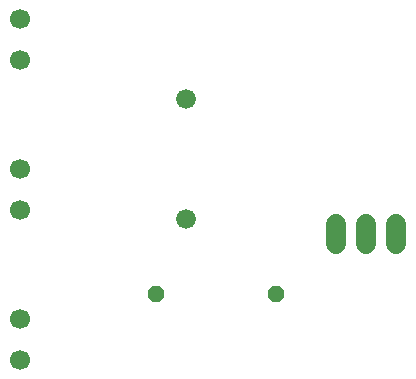
<source format=gbr>
G04 EAGLE Gerber X2 export*
%TF.Part,Single*%
%TF.FileFunction,Copper,L1,Top,Mixed*%
%TF.FilePolarity,Positive*%
%TF.GenerationSoftware,Autodesk,EAGLE,9.0.0*%
%TF.CreationDate,2018-08-14T10:41:07Z*%
G75*
%MOMM*%
%FSLAX34Y34*%
%LPD*%
%AMOC8*
5,1,8,0,0,1.08239X$1,22.5*%
G01*
%ADD10C,1.700000*%
%ADD11C,1.676400*%
%ADD12C,1.676400*%
%ADD13P,1.429621X8X22.500000*%


D10*
X49800Y627100D03*
X49800Y592100D03*
X49800Y754100D03*
X49800Y719100D03*
D11*
X190500Y584200D03*
X190500Y685800D03*
D12*
X317500Y579882D02*
X317500Y563118D01*
X342900Y563118D02*
X342900Y579882D01*
X368300Y579882D02*
X368300Y563118D01*
D10*
X49800Y500100D03*
X49800Y465100D03*
D13*
X165100Y520700D03*
X266700Y520700D03*
M02*

</source>
